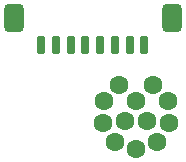
<source format=gbr>
%TF.GenerationSoftware,KiCad,Pcbnew,7.0.10*%
%TF.CreationDate,2024-04-07T04:02:17-04:00*%
%TF.ProjectId,mainbox_peripheral_steering_wheel,6d61696e-626f-4785-9f70-657269706865,rev?*%
%TF.SameCoordinates,Original*%
%TF.FileFunction,Soldermask,Top*%
%TF.FilePolarity,Negative*%
%FSLAX46Y46*%
G04 Gerber Fmt 4.6, Leading zero omitted, Abs format (unit mm)*
G04 Created by KiCad (PCBNEW 7.0.10) date 2024-04-07 04:02:17*
%MOMM*%
%LPD*%
G01*
G04 APERTURE LIST*
G04 Aperture macros list*
%AMRoundRect*
0 Rectangle with rounded corners*
0 $1 Rounding radius*
0 $2 $3 $4 $5 $6 $7 $8 $9 X,Y pos of 4 corners*
0 Add a 4 corners polygon primitive as box body*
4,1,4,$2,$3,$4,$5,$6,$7,$8,$9,$2,$3,0*
0 Add four circle primitives for the rounded corners*
1,1,$1+$1,$2,$3*
1,1,$1+$1,$4,$5*
1,1,$1+$1,$6,$7*
1,1,$1+$1,$8,$9*
0 Add four rect primitives between the rounded corners*
20,1,$1+$1,$2,$3,$4,$5,0*
20,1,$1+$1,$4,$5,$6,$7,0*
20,1,$1+$1,$6,$7,$8,$9,0*
20,1,$1+$1,$8,$9,$2,$3,0*%
G04 Aperture macros list end*
%ADD10C,1.600000*%
%ADD11RoundRect,0.425000X-0.425000X-0.775000X0.425000X-0.775000X0.425000X0.775000X-0.425000X0.775000X0*%
%ADD12RoundRect,0.150000X-0.150000X-0.650000X0.150000X-0.650000X0.150000X0.650000X-0.150000X0.650000X0*%
G04 APERTURE END LIST*
D10*
%TO.C,J3*%
X138111068Y-96265959D03*
X135255000Y-96266000D03*
X134011055Y-97662609D03*
X133878506Y-99528347D03*
X134912673Y-101086961D03*
X136683040Y-101689895D03*
X138453408Y-101086961D03*
X139487574Y-99528347D03*
X139355026Y-97662609D03*
X136683040Y-97689993D03*
X135730413Y-99339990D03*
X137635668Y-99339990D03*
%TD*%
D11*
%TO.C,J1*%
X126397500Y-90642500D03*
X139747500Y-90642500D03*
D12*
X137397500Y-92892500D03*
X136147500Y-92892500D03*
X134897500Y-92892500D03*
X133647500Y-92892500D03*
X132397500Y-92892500D03*
X131147500Y-92892500D03*
X129897500Y-92892500D03*
X128647500Y-92892500D03*
%TD*%
M02*

</source>
